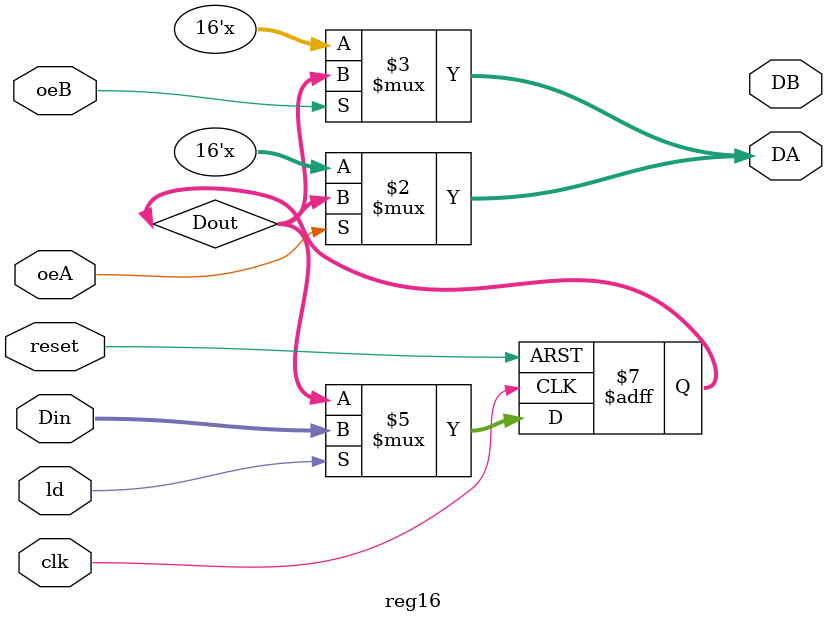
<source format=v>
`timescale 1ns / 1ps
/********************************************************************************
 *
 * Author:   Rosswell Tiongco & Jesus Luciano
 * Email:    rosswelltiongco@gmail.com & jlucian995@gmail.com
 * Filename: reg16.v
 * Date:     
 * Version:  1.0
 *
 * Description: Register File <= Add more
 *
 *
 *******************************************************************************/
module reg16(clk, reset, ld, Din, DA, DB, oeA, oeB);
    //Declare Inputs
    input         clk, reset, ld, oeA, oeB;
    input [15:0]  Din;
    
    //Declare Registers
    reg   [15:0]  Dout;

    //Declare Outputs
    output [15:0] DA, DB;

    //Behavioral section for writing to the register
   always @ ( posedge clk or posedge reset)
      if(reset)
         Dout <= 16'b0;
      else
         if(ld)
            Dout <= Din;
         else
            Dout <= Dout;
    
    //conditional continuous assignments for reading the register
    assign DA = oeA ? Dout : 16'hz;
    assign DA = oeB ? Dout : 16'hz;


endmodule

</source>
